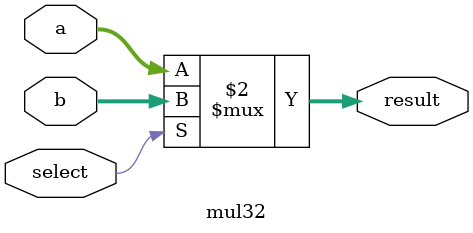
<source format=v>
`timescale 1ns / 1ps
module mul32(a,b,select,result);
    input [31:0] a;
    input [31:0] b;
	 input select;
    output reg [31:0] result;
	 wire [31:0] a,b;
     
 always @(a,b,select)
 begin	 
 result= select?b:a;
$display("result=%d",result);
 end    

endmodule
</source>
